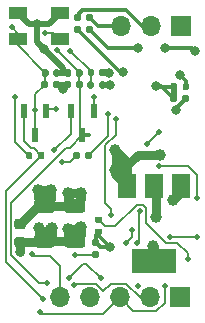
<source format=gbr>
%TF.GenerationSoftware,KiCad,Pcbnew,5.1.9*%
%TF.CreationDate,2021-01-20T23:16:29+01:00*%
%TF.ProjectId,wi-se-opi4,77692d73-652d-46f7-9069-342e6b696361,rev?*%
%TF.SameCoordinates,Original*%
%TF.FileFunction,Copper,L4,Bot*%
%TF.FilePolarity,Positive*%
%FSLAX46Y46*%
G04 Gerber Fmt 4.6, Leading zero omitted, Abs format (unit mm)*
G04 Created by KiCad (PCBNEW 5.1.9) date 2021-01-20 23:16:29*
%MOMM*%
%LPD*%
G01*
G04 APERTURE LIST*
%TA.AperFunction,ComponentPad*%
%ADD10R,1.700000X1.700000*%
%TD*%
%TA.AperFunction,ComponentPad*%
%ADD11O,1.700000X1.700000*%
%TD*%
%TA.AperFunction,SMDPad,CuDef*%
%ADD12R,0.568000X1.207999*%
%TD*%
%TA.AperFunction,SMDPad,CuDef*%
%ADD13R,3.800000X2.000000*%
%TD*%
%TA.AperFunction,SMDPad,CuDef*%
%ADD14R,1.500000X2.000000*%
%TD*%
%TA.AperFunction,SMDPad,CuDef*%
%ADD15R,1.500000X1.000000*%
%TD*%
%TA.AperFunction,ViaPad*%
%ADD16C,1.000000*%
%TD*%
%TA.AperFunction,ViaPad*%
%ADD17C,0.800000*%
%TD*%
%TA.AperFunction,ViaPad*%
%ADD18C,0.500000*%
%TD*%
%TA.AperFunction,Conductor*%
%ADD19C,0.750000*%
%TD*%
%TA.AperFunction,Conductor*%
%ADD20C,0.500000*%
%TD*%
%TA.AperFunction,Conductor*%
%ADD21C,0.300000*%
%TD*%
%TA.AperFunction,Conductor*%
%ADD22C,0.200000*%
%TD*%
G04 APERTURE END LIST*
%TO.P,C2,2*%
%TO.N,GND*%
%TA.AperFunction,SMDPad,CuDef*%
G36*
G01*
X101498161Y-84103640D02*
X100198159Y-84103640D01*
G75*
G02*
X99948160Y-83853641I0J249999D01*
G01*
X99948160Y-83203639D01*
G75*
G02*
X100198159Y-82953640I249999J0D01*
G01*
X101498161Y-82953640D01*
G75*
G02*
X101748160Y-83203639I0J-249999D01*
G01*
X101748160Y-83853641D01*
G75*
G02*
X101498161Y-84103640I-249999J0D01*
G01*
G37*
%TD.AperFunction*%
%TO.P,C2,1*%
%TO.N,+3V3*%
%TA.AperFunction,SMDPad,CuDef*%
G36*
G01*
X101498161Y-87053640D02*
X100198159Y-87053640D01*
G75*
G02*
X99948160Y-86803641I0J249999D01*
G01*
X99948160Y-86153639D01*
G75*
G02*
X100198159Y-85903640I249999J0D01*
G01*
X101498161Y-85903640D01*
G75*
G02*
X101748160Y-86153639I0J-249999D01*
G01*
X101748160Y-86803641D01*
G75*
G02*
X101498161Y-87053640I-249999J0D01*
G01*
G37*
%TD.AperFunction*%
%TD*%
D10*
%TO.P,J2,1*%
%TO.N,VCC*%
X109750000Y-91250000D03*
D11*
%TO.P,J2,2*%
%TO.N,EN*%
X107210000Y-91250000D03*
%TO.P,J2,3*%
%TO.N,BOOT0*%
X104670000Y-91250000D03*
%TO.P,J2,4*%
%TO.N,DTR*%
X102130000Y-91250000D03*
%TO.P,J2,5*%
%TO.N,RTS*%
X99590000Y-91250000D03*
%TD*%
D12*
%TO.P,Q1,3*%
%TO.N,EN*%
X101500000Y-77489560D03*
%TO.P,Q1,2*%
%TO.N,Net-(Q1-Pad2)*%
X102450001Y-75447561D03*
%TO.P,Q1,1*%
%TO.N,RTS*%
X100549999Y-75447561D03*
%TD*%
D10*
%TO.P,J1,1*%
%TO.N,GND*%
X109840000Y-68300000D03*
D11*
%TO.P,J1,2*%
%TO.N,TXD*%
X107300000Y-68300000D03*
%TO.P,J1,3*%
%TO.N,RXD*%
X104760000Y-68300000D03*
%TD*%
D12*
%TO.P,Q2,1*%
%TO.N,DTR*%
X96549999Y-75479001D03*
%TO.P,Q2,2*%
%TO.N,Net-(Q2-Pad2)*%
X98450001Y-75479001D03*
%TO.P,Q2,3*%
%TO.N,BOOT0*%
X97500000Y-77521000D03*
%TD*%
%TO.P,C5,1*%
%TO.N,+3V3*%
%TA.AperFunction,SMDPad,CuDef*%
G36*
G01*
X98942921Y-87043480D02*
X97642919Y-87043480D01*
G75*
G02*
X97392920Y-86793481I0J249999D01*
G01*
X97392920Y-86143479D01*
G75*
G02*
X97642919Y-85893480I249999J0D01*
G01*
X98942921Y-85893480D01*
G75*
G02*
X99192920Y-86143479I0J-249999D01*
G01*
X99192920Y-86793481D01*
G75*
G02*
X98942921Y-87043480I-249999J0D01*
G01*
G37*
%TD.AperFunction*%
%TO.P,C5,2*%
%TO.N,GND*%
%TA.AperFunction,SMDPad,CuDef*%
G36*
G01*
X98942921Y-84093480D02*
X97642919Y-84093480D01*
G75*
G02*
X97392920Y-83843481I0J249999D01*
G01*
X97392920Y-83193479D01*
G75*
G02*
X97642919Y-82943480I249999J0D01*
G01*
X98942921Y-82943480D01*
G75*
G02*
X99192920Y-83193479I0J-249999D01*
G01*
X99192920Y-83843481D01*
G75*
G02*
X98942921Y-84093480I-249999J0D01*
G01*
G37*
%TD.AperFunction*%
%TD*%
%TO.P,C6,1*%
%TO.N,+3V3*%
%TA.AperFunction,SMDPad,CuDef*%
G36*
G01*
X96460120Y-87036360D02*
X95960120Y-87036360D01*
G75*
G02*
X95735120Y-86811360I0J225000D01*
G01*
X95735120Y-86361360D01*
G75*
G02*
X95960120Y-86136360I225000J0D01*
G01*
X96460120Y-86136360D01*
G75*
G02*
X96685120Y-86361360I0J-225000D01*
G01*
X96685120Y-86811360D01*
G75*
G02*
X96460120Y-87036360I-225000J0D01*
G01*
G37*
%TD.AperFunction*%
%TO.P,C6,2*%
%TO.N,GND*%
%TA.AperFunction,SMDPad,CuDef*%
G36*
G01*
X96460120Y-85486360D02*
X95960120Y-85486360D01*
G75*
G02*
X95735120Y-85261360I0J225000D01*
G01*
X95735120Y-84811360D01*
G75*
G02*
X95960120Y-84586360I225000J0D01*
G01*
X96460120Y-84586360D01*
G75*
G02*
X96685120Y-84811360I0J-225000D01*
G01*
X96685120Y-85261360D01*
G75*
G02*
X96460120Y-85486360I-225000J0D01*
G01*
G37*
%TD.AperFunction*%
%TD*%
%TO.P,C7,1*%
%TO.N,BOOT0*%
%TA.AperFunction,SMDPad,CuDef*%
G36*
G01*
X98071400Y-72433000D02*
X98071400Y-72093000D01*
G75*
G02*
X98211400Y-71953000I140000J0D01*
G01*
X98491400Y-71953000D01*
G75*
G02*
X98631400Y-72093000I0J-140000D01*
G01*
X98631400Y-72433000D01*
G75*
G02*
X98491400Y-72573000I-140000J0D01*
G01*
X98211400Y-72573000D01*
G75*
G02*
X98071400Y-72433000I0J140000D01*
G01*
G37*
%TD.AperFunction*%
%TO.P,C7,2*%
%TO.N,GND*%
%TA.AperFunction,SMDPad,CuDef*%
G36*
G01*
X99031400Y-72433000D02*
X99031400Y-72093000D01*
G75*
G02*
X99171400Y-71953000I140000J0D01*
G01*
X99451400Y-71953000D01*
G75*
G02*
X99591400Y-72093000I0J-140000D01*
G01*
X99591400Y-72433000D01*
G75*
G02*
X99451400Y-72573000I-140000J0D01*
G01*
X99171400Y-72573000D01*
G75*
G02*
X99031400Y-72433000I0J140000D01*
G01*
G37*
%TD.AperFunction*%
%TD*%
%TO.P,C8,2*%
%TO.N,GND*%
%TA.AperFunction,SMDPad,CuDef*%
G36*
G01*
X100550000Y-72093000D02*
X100550000Y-72433000D01*
G75*
G02*
X100410000Y-72573000I-140000J0D01*
G01*
X100130000Y-72573000D01*
G75*
G02*
X99990000Y-72433000I0J140000D01*
G01*
X99990000Y-72093000D01*
G75*
G02*
X100130000Y-71953000I140000J0D01*
G01*
X100410000Y-71953000D01*
G75*
G02*
X100550000Y-72093000I0J-140000D01*
G01*
G37*
%TD.AperFunction*%
%TO.P,C8,1*%
%TO.N,EN*%
%TA.AperFunction,SMDPad,CuDef*%
G36*
G01*
X101510000Y-72093000D02*
X101510000Y-72433000D01*
G75*
G02*
X101370000Y-72573000I-140000J0D01*
G01*
X101090000Y-72573000D01*
G75*
G02*
X100950000Y-72433000I0J140000D01*
G01*
X100950000Y-72093000D01*
G75*
G02*
X101090000Y-71953000I140000J0D01*
G01*
X101370000Y-71953000D01*
G75*
G02*
X101510000Y-72093000I0J-140000D01*
G01*
G37*
%TD.AperFunction*%
%TD*%
%TO.P,C9,1*%
%TO.N,RST*%
%TA.AperFunction,SMDPad,CuDef*%
G36*
G01*
X101938000Y-72388000D02*
X101938000Y-72048000D01*
G75*
G02*
X102078000Y-71908000I140000J0D01*
G01*
X102358000Y-71908000D01*
G75*
G02*
X102498000Y-72048000I0J-140000D01*
G01*
X102498000Y-72388000D01*
G75*
G02*
X102358000Y-72528000I-140000J0D01*
G01*
X102078000Y-72528000D01*
G75*
G02*
X101938000Y-72388000I0J140000D01*
G01*
G37*
%TD.AperFunction*%
%TO.P,C9,2*%
%TO.N,GND*%
%TA.AperFunction,SMDPad,CuDef*%
G36*
G01*
X102898000Y-72388000D02*
X102898000Y-72048000D01*
G75*
G02*
X103038000Y-71908000I140000J0D01*
G01*
X103318000Y-71908000D01*
G75*
G02*
X103458000Y-72048000I0J-140000D01*
G01*
X103458000Y-72388000D01*
G75*
G02*
X103318000Y-72528000I-140000J0D01*
G01*
X103038000Y-72528000D01*
G75*
G02*
X102898000Y-72388000I0J140000D01*
G01*
G37*
%TD.AperFunction*%
%TD*%
%TO.P,R1,1*%
%TO.N,GND*%
%TA.AperFunction,SMDPad,CuDef*%
G36*
G01*
X108970000Y-73591000D02*
X108970000Y-73221000D01*
G75*
G02*
X109105000Y-73086000I135000J0D01*
G01*
X109375000Y-73086000D01*
G75*
G02*
X109510000Y-73221000I0J-135000D01*
G01*
X109510000Y-73591000D01*
G75*
G02*
X109375000Y-73726000I-135000J0D01*
G01*
X109105000Y-73726000D01*
G75*
G02*
X108970000Y-73591000I0J135000D01*
G01*
G37*
%TD.AperFunction*%
%TO.P,R1,2*%
%TO.N,Net-(D1-Pad1)*%
%TA.AperFunction,SMDPad,CuDef*%
G36*
G01*
X109990000Y-73591000D02*
X109990000Y-73221000D01*
G75*
G02*
X110125000Y-73086000I135000J0D01*
G01*
X110395000Y-73086000D01*
G75*
G02*
X110530000Y-73221000I0J-135000D01*
G01*
X110530000Y-73591000D01*
G75*
G02*
X110395000Y-73726000I-135000J0D01*
G01*
X110125000Y-73726000D01*
G75*
G02*
X109990000Y-73591000I0J135000D01*
G01*
G37*
%TD.AperFunction*%
%TD*%
%TO.P,R2,2*%
%TO.N,Net-(D2-Pad1)*%
%TA.AperFunction,SMDPad,CuDef*%
G36*
G01*
X109968000Y-74607000D02*
X109968000Y-74237000D01*
G75*
G02*
X110103000Y-74102000I135000J0D01*
G01*
X110373000Y-74102000D01*
G75*
G02*
X110508000Y-74237000I0J-135000D01*
G01*
X110508000Y-74607000D01*
G75*
G02*
X110373000Y-74742000I-135000J0D01*
G01*
X110103000Y-74742000D01*
G75*
G02*
X109968000Y-74607000I0J135000D01*
G01*
G37*
%TD.AperFunction*%
%TO.P,R2,1*%
%TO.N,GND*%
%TA.AperFunction,SMDPad,CuDef*%
G36*
G01*
X108948000Y-74607000D02*
X108948000Y-74237000D01*
G75*
G02*
X109083000Y-74102000I135000J0D01*
G01*
X109353000Y-74102000D01*
G75*
G02*
X109488000Y-74237000I0J-135000D01*
G01*
X109488000Y-74607000D01*
G75*
G02*
X109353000Y-74742000I-135000J0D01*
G01*
X109083000Y-74742000D01*
G75*
G02*
X108948000Y-74607000I0J135000D01*
G01*
G37*
%TD.AperFunction*%
%TD*%
%TO.P,R3,2*%
%TO.N,Net-(D3-Pad1)*%
%TA.AperFunction,SMDPad,CuDef*%
G36*
G01*
X103055000Y-84951600D02*
X102685000Y-84951600D01*
G75*
G02*
X102550000Y-84816600I0J135000D01*
G01*
X102550000Y-84546600D01*
G75*
G02*
X102685000Y-84411600I135000J0D01*
G01*
X103055000Y-84411600D01*
G75*
G02*
X103190000Y-84546600I0J-135000D01*
G01*
X103190000Y-84816600D01*
G75*
G02*
X103055000Y-84951600I-135000J0D01*
G01*
G37*
%TD.AperFunction*%
%TO.P,R3,1*%
%TO.N,GND*%
%TA.AperFunction,SMDPad,CuDef*%
G36*
G01*
X103055000Y-85971600D02*
X102685000Y-85971600D01*
G75*
G02*
X102550000Y-85836600I0J135000D01*
G01*
X102550000Y-85566600D01*
G75*
G02*
X102685000Y-85431600I135000J0D01*
G01*
X103055000Y-85431600D01*
G75*
G02*
X103190000Y-85566600I0J-135000D01*
G01*
X103190000Y-85836600D01*
G75*
G02*
X103055000Y-85971600I-135000J0D01*
G01*
G37*
%TD.AperFunction*%
%TD*%
%TO.P,R4,2*%
%TO.N,Net-(D4-Pad1)*%
%TA.AperFunction,SMDPad,CuDef*%
G36*
G01*
X102431000Y-87362000D02*
X102801000Y-87362000D01*
G75*
G02*
X102936000Y-87497000I0J-135000D01*
G01*
X102936000Y-87767000D01*
G75*
G02*
X102801000Y-87902000I-135000J0D01*
G01*
X102431000Y-87902000D01*
G75*
G02*
X102296000Y-87767000I0J135000D01*
G01*
X102296000Y-87497000D01*
G75*
G02*
X102431000Y-87362000I135000J0D01*
G01*
G37*
%TD.AperFunction*%
%TO.P,R4,1*%
%TO.N,GND*%
%TA.AperFunction,SMDPad,CuDef*%
G36*
G01*
X102431000Y-86342000D02*
X102801000Y-86342000D01*
G75*
G02*
X102936000Y-86477000I0J-135000D01*
G01*
X102936000Y-86747000D01*
G75*
G02*
X102801000Y-86882000I-135000J0D01*
G01*
X102431000Y-86882000D01*
G75*
G02*
X102296000Y-86747000I0J135000D01*
G01*
X102296000Y-86477000D01*
G75*
G02*
X102431000Y-86342000I135000J0D01*
G01*
G37*
%TD.AperFunction*%
%TD*%
%TO.P,R5,2*%
%TO.N,BOOT0*%
%TA.AperFunction,SMDPad,CuDef*%
G36*
G01*
X98566000Y-73065000D02*
X98566000Y-73435000D01*
G75*
G02*
X98431000Y-73570000I-135000J0D01*
G01*
X98161000Y-73570000D01*
G75*
G02*
X98026000Y-73435000I0J135000D01*
G01*
X98026000Y-73065000D01*
G75*
G02*
X98161000Y-72930000I135000J0D01*
G01*
X98431000Y-72930000D01*
G75*
G02*
X98566000Y-73065000I0J-135000D01*
G01*
G37*
%TD.AperFunction*%
%TO.P,R5,1*%
%TO.N,+3V3*%
%TA.AperFunction,SMDPad,CuDef*%
G36*
G01*
X99586000Y-73065000D02*
X99586000Y-73435000D01*
G75*
G02*
X99451000Y-73570000I-135000J0D01*
G01*
X99181000Y-73570000D01*
G75*
G02*
X99046000Y-73435000I0J135000D01*
G01*
X99046000Y-73065000D01*
G75*
G02*
X99181000Y-72930000I135000J0D01*
G01*
X99451000Y-72930000D01*
G75*
G02*
X99586000Y-73065000I0J-135000D01*
G01*
G37*
%TD.AperFunction*%
%TD*%
%TO.P,R6,1*%
%TO.N,+3V3*%
%TA.AperFunction,SMDPad,CuDef*%
G36*
G01*
X99970000Y-73435000D02*
X99970000Y-73065000D01*
G75*
G02*
X100105000Y-72930000I135000J0D01*
G01*
X100375000Y-72930000D01*
G75*
G02*
X100510000Y-73065000I0J-135000D01*
G01*
X100510000Y-73435000D01*
G75*
G02*
X100375000Y-73570000I-135000J0D01*
G01*
X100105000Y-73570000D01*
G75*
G02*
X99970000Y-73435000I0J135000D01*
G01*
G37*
%TD.AperFunction*%
%TO.P,R6,2*%
%TO.N,EN*%
%TA.AperFunction,SMDPad,CuDef*%
G36*
G01*
X100990000Y-73435000D02*
X100990000Y-73065000D01*
G75*
G02*
X101125000Y-72930000I135000J0D01*
G01*
X101395000Y-72930000D01*
G75*
G02*
X101530000Y-73065000I0J-135000D01*
G01*
X101530000Y-73435000D01*
G75*
G02*
X101395000Y-73570000I-135000J0D01*
G01*
X101125000Y-73570000D01*
G75*
G02*
X100990000Y-73435000I0J135000D01*
G01*
G37*
%TD.AperFunction*%
%TD*%
%TO.P,R7,1*%
%TO.N,+3V3*%
%TA.AperFunction,SMDPad,CuDef*%
G36*
G01*
X103478000Y-73094000D02*
X103478000Y-73464000D01*
G75*
G02*
X103343000Y-73599000I-135000J0D01*
G01*
X103073000Y-73599000D01*
G75*
G02*
X102938000Y-73464000I0J135000D01*
G01*
X102938000Y-73094000D01*
G75*
G02*
X103073000Y-72959000I135000J0D01*
G01*
X103343000Y-72959000D01*
G75*
G02*
X103478000Y-73094000I0J-135000D01*
G01*
G37*
%TD.AperFunction*%
%TO.P,R7,2*%
%TO.N,RST*%
%TA.AperFunction,SMDPad,CuDef*%
G36*
G01*
X102458000Y-73094000D02*
X102458000Y-73464000D01*
G75*
G02*
X102323000Y-73599000I-135000J0D01*
G01*
X102053000Y-73599000D01*
G75*
G02*
X101918000Y-73464000I0J135000D01*
G01*
X101918000Y-73094000D01*
G75*
G02*
X102053000Y-72959000I135000J0D01*
G01*
X102323000Y-72959000D01*
G75*
G02*
X102458000Y-73094000I0J-135000D01*
G01*
G37*
%TD.AperFunction*%
%TD*%
%TO.P,R8,2*%
%TO.N,DTR*%
%TA.AperFunction,SMDPad,CuDef*%
G36*
G01*
X97740000Y-79435000D02*
X97740000Y-79065000D01*
G75*
G02*
X97875000Y-78930000I135000J0D01*
G01*
X98145000Y-78930000D01*
G75*
G02*
X98280000Y-79065000I0J-135000D01*
G01*
X98280000Y-79435000D01*
G75*
G02*
X98145000Y-79570000I-135000J0D01*
G01*
X97875000Y-79570000D01*
G75*
G02*
X97740000Y-79435000I0J135000D01*
G01*
G37*
%TD.AperFunction*%
%TO.P,R8,1*%
%TO.N,Net-(Q1-Pad2)*%
%TA.AperFunction,SMDPad,CuDef*%
G36*
G01*
X96720000Y-79435000D02*
X96720000Y-79065000D01*
G75*
G02*
X96855000Y-78930000I135000J0D01*
G01*
X97125000Y-78930000D01*
G75*
G02*
X97260000Y-79065000I0J-135000D01*
G01*
X97260000Y-79435000D01*
G75*
G02*
X97125000Y-79570000I-135000J0D01*
G01*
X96855000Y-79570000D01*
G75*
G02*
X96720000Y-79435000I0J135000D01*
G01*
G37*
%TD.AperFunction*%
%TD*%
%TO.P,R9,1*%
%TO.N,Net-(Q2-Pad2)*%
%TA.AperFunction,SMDPad,CuDef*%
G36*
G01*
X102280000Y-79065000D02*
X102280000Y-79435000D01*
G75*
G02*
X102145000Y-79570000I-135000J0D01*
G01*
X101875000Y-79570000D01*
G75*
G02*
X101740000Y-79435000I0J135000D01*
G01*
X101740000Y-79065000D01*
G75*
G02*
X101875000Y-78930000I135000J0D01*
G01*
X102145000Y-78930000D01*
G75*
G02*
X102280000Y-79065000I0J-135000D01*
G01*
G37*
%TD.AperFunction*%
%TO.P,R9,2*%
%TO.N,RTS*%
%TA.AperFunction,SMDPad,CuDef*%
G36*
G01*
X101260000Y-79065000D02*
X101260000Y-79435000D01*
G75*
G02*
X101125000Y-79570000I-135000J0D01*
G01*
X100855000Y-79570000D01*
G75*
G02*
X100720000Y-79435000I0J135000D01*
G01*
X100720000Y-79065000D01*
G75*
G02*
X100855000Y-78930000I135000J0D01*
G01*
X101125000Y-78930000D01*
G75*
G02*
X101260000Y-79065000I0J-135000D01*
G01*
G37*
%TD.AperFunction*%
%TD*%
%TO.P,R11,1*%
%TO.N,Net-(R11-Pad1)*%
%TA.AperFunction,SMDPad,CuDef*%
G36*
G01*
X102293000Y-68854000D02*
X101923000Y-68854000D01*
G75*
G02*
X101788000Y-68719000I0J135000D01*
G01*
X101788000Y-68449000D01*
G75*
G02*
X101923000Y-68314000I135000J0D01*
G01*
X102293000Y-68314000D01*
G75*
G02*
X102428000Y-68449000I0J-135000D01*
G01*
X102428000Y-68719000D01*
G75*
G02*
X102293000Y-68854000I-135000J0D01*
G01*
G37*
%TD.AperFunction*%
%TO.P,R11,2*%
%TO.N,RXD*%
%TA.AperFunction,SMDPad,CuDef*%
G36*
G01*
X102293000Y-67834000D02*
X101923000Y-67834000D01*
G75*
G02*
X101788000Y-67699000I0J135000D01*
G01*
X101788000Y-67429000D01*
G75*
G02*
X101923000Y-67294000I135000J0D01*
G01*
X102293000Y-67294000D01*
G75*
G02*
X102428000Y-67429000I0J-135000D01*
G01*
X102428000Y-67699000D01*
G75*
G02*
X102293000Y-67834000I-135000J0D01*
G01*
G37*
%TD.AperFunction*%
%TD*%
%TO.P,R12,1*%
%TO.N,Net-(R12-Pad1)*%
%TA.AperFunction,SMDPad,CuDef*%
G36*
G01*
X101277000Y-68852000D02*
X100907000Y-68852000D01*
G75*
G02*
X100772000Y-68717000I0J135000D01*
G01*
X100772000Y-68447000D01*
G75*
G02*
X100907000Y-68312000I135000J0D01*
G01*
X101277000Y-68312000D01*
G75*
G02*
X101412000Y-68447000I0J-135000D01*
G01*
X101412000Y-68717000D01*
G75*
G02*
X101277000Y-68852000I-135000J0D01*
G01*
G37*
%TD.AperFunction*%
%TO.P,R12,2*%
%TO.N,TXD*%
%TA.AperFunction,SMDPad,CuDef*%
G36*
G01*
X101277000Y-67832000D02*
X100907000Y-67832000D01*
G75*
G02*
X100772000Y-67697000I0J135000D01*
G01*
X100772000Y-67427000D01*
G75*
G02*
X100907000Y-67292000I135000J0D01*
G01*
X101277000Y-67292000D01*
G75*
G02*
X101412000Y-67427000I0J-135000D01*
G01*
X101412000Y-67697000D01*
G75*
G02*
X101277000Y-67832000I-135000J0D01*
G01*
G37*
%TD.AperFunction*%
%TD*%
D13*
%TO.P,U1,2*%
%TO.N,+3V3*%
X107569000Y-88138400D03*
D14*
X107569000Y-81838400D03*
%TO.P,U1,3*%
%TO.N,VCC*%
X109869000Y-81838400D03*
%TO.P,U1,1*%
%TO.N,GND*%
X105269000Y-81838400D03*
%TD*%
D15*
%TO.P,SW2,1*%
%TO.N,GND*%
X96075000Y-67200000D03*
%TO.P,SW2,2*%
%TO.N,BOOT0*%
X96075000Y-69400000D03*
X99575000Y-69400000D03*
%TO.P,SW2,1*%
%TO.N,GND*%
X99575000Y-67200000D03*
%TD*%
D16*
%TO.N,VCC*%
X109143800Y-83032600D03*
%TO.N,GND*%
X104250000Y-78750000D03*
X104250000Y-80500000D03*
X97700000Y-82200000D03*
X98800000Y-82200000D03*
X100300000Y-82400000D03*
X101400000Y-82400000D03*
D17*
X103722969Y-72273631D03*
D18*
X106209810Y-90309990D03*
D16*
X108051600Y-79171800D03*
D17*
X107696000Y-73380600D03*
X103802715Y-86981609D03*
X97619820Y-68080180D03*
X98250000Y-70250000D03*
D16*
%TO.N,+3V3*%
X101400000Y-85300000D03*
D17*
X96200000Y-87400000D03*
D16*
X97800000Y-85400000D03*
X98900000Y-85400000D03*
X100300000Y-85500000D03*
D17*
X99822000Y-73595000D03*
X103835200Y-73279000D03*
D16*
X107696000Y-84469647D03*
X107492800Y-86906000D03*
D18*
%TO.N,EN*%
X98501200Y-90032501D03*
X100761800Y-90220800D03*
X99375000Y-70350002D03*
%TO.N,BOOT0*%
X97891600Y-92525000D03*
X108461250Y-90300002D03*
X106146600Y-86664800D03*
X106345999Y-83953114D03*
X103936800Y-84277200D03*
X104343200Y-76149200D03*
X97500000Y-75427400D03*
X95500000Y-68375000D03*
X98319820Y-68850000D03*
%TO.N,RST*%
X100457000Y-70358000D03*
D17*
%TO.N,LED_WIFI*%
X108458000Y-70104000D03*
X110998000Y-70358000D03*
%TO.N,Net-(D1-Pad1)*%
X109728000Y-72390000D03*
%TO.N,Net-(D2-Pad1)*%
X109400719Y-75421928D03*
D18*
%TO.N,LED_STATUS*%
X107950000Y-77216000D03*
X106934000Y-78232000D03*
%TO.N,Net-(D3-Pad1)*%
X110413800Y-87985600D03*
%TO.N,Net-(D4-Pad1)*%
X111225000Y-86106000D03*
X100838000Y-87630000D03*
X108874990Y-86106000D03*
%TO.N,LED_RX*%
X111225000Y-82804000D03*
X107996417Y-80124749D03*
X105664000Y-85556000D03*
X105156000Y-86656000D03*
%TO.N,DTR*%
X98145600Y-91389200D03*
%TO.N,RTS*%
X97205800Y-87553800D03*
X99796600Y-79781400D03*
X99129090Y-78809090D03*
%TO.N,Net-(Q1-Pad2)*%
X95808800Y-74295000D03*
X102489000Y-74295000D03*
%TO.N,Net-(Q2-Pad2)*%
X103682800Y-75692000D03*
X99288600Y-75336400D03*
D17*
%TO.N,Net-(R11-Pad1)*%
X106172000Y-70104000D03*
%TO.N,Net-(R12-Pad1)*%
X104902000Y-72136000D03*
D18*
%TO.N,Net-(R13-Pad2)*%
X100330000Y-89632502D03*
X103082000Y-89632502D03*
%TD*%
D19*
%TO.N,VCC*%
X109869000Y-82307400D02*
X109143800Y-83032600D01*
X109869000Y-81838400D02*
X109869000Y-82307400D01*
%TO.N,GND*%
X100300000Y-82400000D02*
X101400000Y-82400000D01*
X100300000Y-82892980D02*
X100848160Y-83441140D01*
X100300000Y-82400000D02*
X100300000Y-82892980D01*
X101400000Y-82889300D02*
X100848160Y-83441140D01*
X101400000Y-82400000D02*
X101400000Y-82889300D01*
X97700000Y-82838060D02*
X98292920Y-83430980D01*
X97700000Y-82200000D02*
X97700000Y-82838060D01*
X98800000Y-82923900D02*
X98292920Y-83430980D01*
X98800000Y-82200000D02*
X98800000Y-82923900D01*
X97700000Y-82200000D02*
X98800000Y-82200000D01*
X98161940Y-82838060D02*
X97700000Y-82838060D01*
X98800000Y-82200000D02*
X98161940Y-82838060D01*
X97728000Y-83518480D02*
X98292920Y-83518480D01*
X96210120Y-85036360D02*
X97728000Y-83518480D01*
X98303080Y-83528640D02*
X98292920Y-83518480D01*
X100848160Y-83528640D02*
X98303080Y-83528640D01*
D20*
X109240000Y-74400000D02*
X109218000Y-74422000D01*
X109240000Y-73406000D02*
X109240000Y-74400000D01*
X103667338Y-72218000D02*
X103722969Y-72273631D01*
X103178000Y-72218000D02*
X103667338Y-72218000D01*
X97619820Y-69638760D02*
X97619820Y-68080180D01*
X99847400Y-72263000D02*
X99847400Y-71866340D01*
X99311400Y-72263000D02*
X99847400Y-72263000D01*
X99847400Y-72263000D02*
X100270000Y-72263000D01*
X104250000Y-79519000D02*
X104250000Y-79815200D01*
X104250000Y-80500000D02*
X104250000Y-79519000D01*
X104250000Y-79519000D02*
X104250000Y-78750000D01*
X104250000Y-79815200D02*
X105003600Y-80568800D01*
X105003600Y-79503600D02*
X104825000Y-79325000D01*
X104825000Y-79325000D02*
X104250000Y-78750000D01*
X105003600Y-80568800D02*
X105003600Y-79503600D01*
X105269000Y-79769000D02*
X104825000Y-79325000D01*
X105269000Y-81697800D02*
X104648000Y-81076800D01*
X105269000Y-81838400D02*
X105269000Y-81697800D01*
X104648000Y-79629000D02*
X104648000Y-81076800D01*
D19*
X106185600Y-79171800D02*
X108051600Y-79171800D01*
X105269000Y-80088400D02*
X106185600Y-79171800D01*
X105269000Y-81838400D02*
X105269000Y-80088400D01*
X104250000Y-80819400D02*
X105269000Y-81838400D01*
X104250000Y-80500000D02*
X104250000Y-80819400D01*
X105269000Y-79769000D02*
X104250000Y-78750000D01*
X105269000Y-81838400D02*
X105269000Y-79769000D01*
D21*
X107721400Y-73406000D02*
X107696000Y-73380600D01*
X109240000Y-73406000D02*
X107721400Y-73406000D01*
X108176600Y-73380600D02*
X109218000Y-74422000D01*
X107696000Y-73380600D02*
X108176600Y-73380600D01*
X102616000Y-85955600D02*
X102870000Y-85701600D01*
X102616000Y-86612000D02*
X102616000Y-85955600D01*
X102870000Y-86048894D02*
X103802715Y-86981609D01*
X102870000Y-85701600D02*
X102870000Y-86048894D01*
X102985609Y-86981609D02*
X102616000Y-86612000D01*
X103802715Y-86981609D02*
X102985609Y-86981609D01*
D20*
X98694820Y-68080180D02*
X99575000Y-67200000D01*
X97619820Y-68080180D02*
X98694820Y-68080180D01*
X96955180Y-68080180D02*
X96075000Y-67200000D01*
X97619820Y-68080180D02*
X96955180Y-68080180D01*
X98246970Y-70246970D02*
X98250000Y-70250000D01*
X98228030Y-70246970D02*
X98246970Y-70246970D01*
X99847400Y-71866340D02*
X98228030Y-70246970D01*
X98228030Y-70246970D02*
X97619820Y-69638760D01*
D21*
%TO.N,+3V3*%
X98292920Y-86555980D02*
X98292920Y-86542920D01*
D19*
X101200000Y-86214300D02*
X100848160Y-86566140D01*
X100900000Y-85500000D02*
X101200000Y-85200000D01*
X98700000Y-86148900D02*
X98292920Y-86555980D01*
X98700000Y-85400000D02*
X98700000Y-86148900D01*
X98548900Y-86148900D02*
X98700000Y-86148900D01*
X97800000Y-85400000D02*
X98548900Y-86148900D01*
X100900000Y-85500000D02*
X101200000Y-85800000D01*
X100300000Y-85500000D02*
X100900000Y-85500000D01*
X101200000Y-85800000D02*
X101200000Y-86214300D01*
X101200000Y-85200000D02*
X101200000Y-85800000D01*
X101400000Y-86014300D02*
X100848160Y-86566140D01*
X101400000Y-85300000D02*
X101400000Y-86014300D01*
X100300000Y-86017980D02*
X100848160Y-86566140D01*
X100300000Y-85500000D02*
X100300000Y-86017980D01*
X98900000Y-85948900D02*
X98292920Y-86555980D01*
X98900000Y-85400000D02*
X98900000Y-85948900D01*
X97800000Y-86063060D02*
X98292920Y-86555980D01*
X97800000Y-85400000D02*
X97800000Y-86063060D01*
X96210120Y-87389880D02*
X96200000Y-87400000D01*
X96210120Y-86586360D02*
X96210120Y-87389880D01*
X98175040Y-86586360D02*
X98292920Y-86468480D01*
X96210120Y-86586360D02*
X98175040Y-86586360D01*
X100838000Y-86468480D02*
X100848160Y-86478640D01*
X98292920Y-86468480D02*
X100838000Y-86468480D01*
D20*
X99869200Y-73547800D02*
X99822000Y-73595000D01*
X99869200Y-73250000D02*
X99869200Y-73547800D01*
X99316000Y-73250000D02*
X99869200Y-73250000D01*
X99869200Y-73250000D02*
X100240000Y-73250000D01*
X103208000Y-73279000D02*
X103835200Y-73279000D01*
D19*
X107696000Y-81965400D02*
X107696000Y-84469647D01*
X107569000Y-81838400D02*
X107696000Y-81965400D01*
X107569000Y-86982200D02*
X107492800Y-86906000D01*
X107569000Y-88138400D02*
X107569000Y-86982200D01*
D21*
%TO.N,EN*%
X101500000Y-77489560D02*
X102084000Y-77489560D01*
D22*
X101230000Y-72070800D02*
X101230000Y-72263000D01*
X101230000Y-73220000D02*
X101260000Y-73250000D01*
X101230000Y-72263000D02*
X101230000Y-73220000D01*
X101260000Y-77249560D02*
X101500000Y-77489560D01*
X101260000Y-73250000D02*
X101260000Y-77249560D01*
X100419990Y-78569570D02*
X101500000Y-77489560D01*
X95435110Y-83280888D02*
X100146428Y-78569570D01*
X100146428Y-78569570D02*
X100419990Y-78569570D01*
X95435110Y-87671112D02*
X95435110Y-83280888D01*
X97796499Y-90032501D02*
X95435110Y-87671112D01*
X98501200Y-90032501D02*
X97796499Y-90032501D01*
X100882601Y-90099999D02*
X100761800Y-90220800D01*
X102682001Y-90099999D02*
X100882601Y-90099999D01*
X103280001Y-90697999D02*
X102682001Y-90099999D01*
X103878001Y-90099999D02*
X103280001Y-90697999D01*
X105222001Y-90099999D02*
X103878001Y-90099999D01*
X106372002Y-91250000D02*
X105222001Y-90099999D01*
X107210000Y-91250000D02*
X106372002Y-91250000D01*
X101230000Y-72205002D02*
X99375000Y-70350002D01*
X101230000Y-72263000D02*
X101230000Y-72205002D01*
%TO.N,BOOT0*%
X98351400Y-73194600D02*
X98296000Y-73250000D01*
X98351400Y-72263000D02*
X98351400Y-73194600D01*
X98351400Y-72263000D02*
X95919820Y-69831420D01*
X103245010Y-92674990D02*
X104670000Y-91250000D01*
X99228190Y-92674990D02*
X103245010Y-92674990D01*
X97891600Y-92525000D02*
X98041590Y-92674990D01*
X98041590Y-92674990D02*
X99237800Y-92674990D01*
X97500000Y-74046000D02*
X98296000Y-73250000D01*
X108461250Y-91700752D02*
X108461250Y-90300002D01*
X107762001Y-92400001D02*
X108461250Y-91700752D01*
X105820001Y-92400001D02*
X107762001Y-92400001D01*
X104670000Y-91250000D02*
X105820001Y-92400001D01*
X106248200Y-84050913D02*
X106345999Y-83953114D01*
X106248200Y-86690200D02*
X106248200Y-84050913D01*
X103936800Y-84277200D02*
X103936800Y-83752798D01*
X104343200Y-77482499D02*
X104343200Y-76149200D01*
X103449999Y-78375700D02*
X104343200Y-77482499D01*
X103449999Y-83265997D02*
X103449999Y-78375700D01*
X103936800Y-83752798D02*
X103449999Y-83265997D01*
X97500000Y-75427400D02*
X97500000Y-74046000D01*
X97500000Y-77521000D02*
X97500000Y-75427400D01*
X96075000Y-68950000D02*
X95500000Y-68375000D01*
X96075000Y-69400000D02*
X96075000Y-68950000D01*
X99025000Y-68850000D02*
X99575000Y-69400000D01*
X98319820Y-68850000D02*
X99025000Y-68850000D01*
%TO.N,RST*%
X102188000Y-72248000D02*
X102218000Y-72218000D01*
X102188000Y-73279000D02*
X102188000Y-72248000D01*
X102218000Y-72119000D02*
X102218000Y-72218000D01*
X100457000Y-70358000D02*
X102218000Y-72119000D01*
D21*
%TO.N,LED_WIFI*%
X110744000Y-70104000D02*
X110998000Y-70358000D01*
X108458000Y-70104000D02*
X110744000Y-70104000D01*
%TO.N,Net-(D1-Pad1)*%
X110260000Y-72922000D02*
X109728000Y-72390000D01*
X110260000Y-73406000D02*
X110260000Y-72922000D01*
%TO.N,Net-(D2-Pad1)*%
X109400719Y-75259281D02*
X110238000Y-74422000D01*
X109400719Y-75421928D02*
X109400719Y-75259281D01*
D22*
%TO.N,LED_STATUS*%
X107950000Y-77216000D02*
X106934000Y-78232000D01*
%TO.N,Net-(D3-Pad1)*%
X106610000Y-83403113D02*
X106081998Y-83403113D01*
X106896000Y-83689113D02*
X106610000Y-83403113D01*
X106896000Y-84941012D02*
X106896000Y-83689113D01*
X106081998Y-83403113D02*
X104252010Y-85233101D01*
X108610989Y-86656001D02*
X106896000Y-84941012D01*
X109526603Y-86656001D02*
X108610989Y-86656001D01*
X110413800Y-87543198D02*
X109526603Y-86656001D01*
X110413800Y-87985600D02*
X110413800Y-87543198D01*
X103421501Y-85233101D02*
X104252010Y-85233101D01*
X102870000Y-84681600D02*
X103421501Y-85233101D01*
%TO.N,Net-(D4-Pad1)*%
X102614000Y-87630000D02*
X102616000Y-87632000D01*
X100838000Y-87630000D02*
X102614000Y-87630000D01*
X108874990Y-86106000D02*
X111225000Y-86106000D01*
%TO.N,LED_RX*%
X109860751Y-80124749D02*
X107996417Y-80124749D01*
X105664000Y-86148000D02*
X105156000Y-86656000D01*
X105664000Y-85556000D02*
X105664000Y-86148000D01*
X110445351Y-80124749D02*
X109860751Y-80124749D01*
X111225000Y-80904398D02*
X110445351Y-80124749D01*
X111225000Y-81761000D02*
X111225000Y-80904398D01*
X111225000Y-82804000D02*
X111225000Y-81761000D01*
X111225000Y-81761000D02*
X111225000Y-81488998D01*
D21*
%TO.N,TXD*%
X105179992Y-66943990D02*
X101458010Y-66943990D01*
X106536002Y-68300000D02*
X105179992Y-66943990D01*
X107300000Y-68300000D02*
X106536002Y-68300000D01*
X101092000Y-67310000D02*
X101092000Y-67562000D01*
X101458010Y-66943990D02*
X101092000Y-67310000D01*
%TO.N,RXD*%
X102844000Y-68300000D02*
X102108000Y-67564000D01*
X104760000Y-68300000D02*
X102844000Y-68300000D01*
D22*
%TO.N,DTR*%
X95035100Y-82224900D02*
X98010000Y-79250000D01*
X95035100Y-88278700D02*
X95035100Y-82224900D01*
X98145600Y-91389200D02*
X95035100Y-88278700D01*
X97389990Y-78629990D02*
X98010000Y-79250000D01*
X97180988Y-78629990D02*
X97389990Y-78629990D01*
X96549999Y-77999001D02*
X97180988Y-78629990D01*
X96549999Y-75479001D02*
X96549999Y-77999001D01*
%TO.N,RTS*%
X99590000Y-91250000D02*
X99590000Y-88591800D01*
X99590000Y-88591800D02*
X98755200Y-87757000D01*
X97409000Y-87757000D02*
X97205800Y-87553800D01*
X98755200Y-87757000D02*
X97409000Y-87757000D01*
X100458600Y-79781400D02*
X100990000Y-79250000D01*
X99796600Y-79781400D02*
X100458600Y-79781400D01*
X100549999Y-77388181D02*
X99129090Y-78809090D01*
X100549999Y-75447561D02*
X100549999Y-77388181D01*
%TO.N,Net-(Q1-Pad2)*%
X95808800Y-78068800D02*
X95808800Y-74295000D01*
X96990000Y-79250000D02*
X95808800Y-78068800D01*
X102489000Y-75408562D02*
X102450001Y-75447561D01*
X102489000Y-74295000D02*
X102489000Y-75408562D01*
%TO.N,Net-(Q2-Pad2)*%
X103682800Y-77577200D02*
X103682800Y-75692000D01*
X102010000Y-79250000D02*
X103682800Y-77577200D01*
X98592602Y-75336400D02*
X98450001Y-75479001D01*
X99288600Y-75336400D02*
X98592602Y-75336400D01*
D21*
%TO.N,Net-(R11-Pad1)*%
X103628000Y-70104000D02*
X106172000Y-70104000D01*
X102108000Y-68584000D02*
X103628000Y-70104000D01*
%TO.N,Net-(R12-Pad1)*%
X104646000Y-72136000D02*
X104902000Y-72136000D01*
X101092000Y-68582000D02*
X104646000Y-72136000D01*
D22*
%TO.N,Net-(R13-Pad2)*%
X100330000Y-89632502D02*
X101570502Y-88392000D01*
X101841498Y-88392000D02*
X103082000Y-89632502D01*
X101570502Y-88392000D02*
X101841498Y-88392000D01*
%TD*%
M02*

</source>
